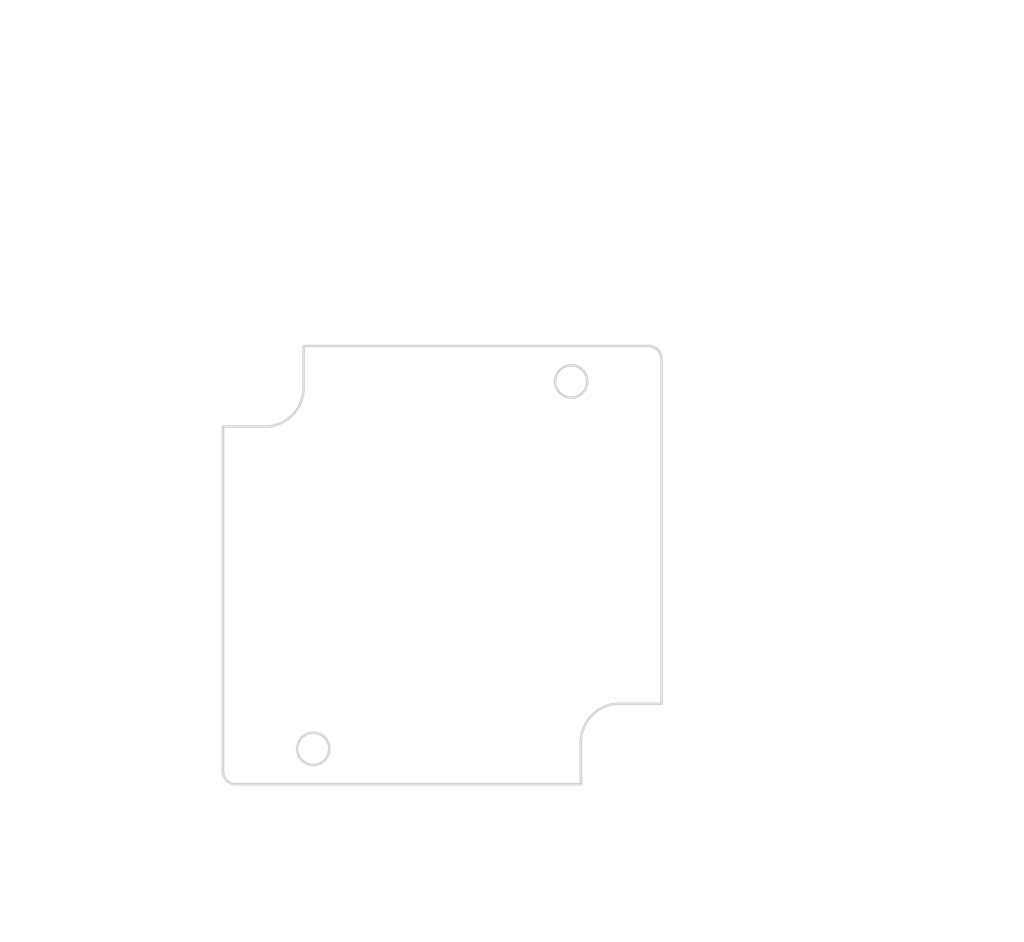
<source format=kicad_pcb>
(kicad_pcb (version 20221018) (generator pcbnew)

  (general
    (thickness 1.6)
  )

  (paper "A4")
  (layers
    (0 "F.Cu" signal)
    (31 "B.Cu" signal)
    (32 "B.Adhes" user "B.Adhesive")
    (33 "F.Adhes" user "F.Adhesive")
    (34 "B.Paste" user)
    (35 "F.Paste" user)
    (36 "B.SilkS" user "B.Silkscreen")
    (37 "F.SilkS" user "F.Silkscreen")
    (38 "B.Mask" user)
    (39 "F.Mask" user)
    (40 "Dwgs.User" user "User.Drawings")
    (41 "Cmts.User" user "User.Comments")
    (42 "Eco1.User" user "User.Eco1")
    (43 "Eco2.User" user "User.Eco2")
    (44 "Edge.Cuts" user)
    (45 "Margin" user)
    (46 "B.CrtYd" user "B.Courtyard")
    (47 "F.CrtYd" user "F.Courtyard")
    (48 "B.Fab" user)
    (49 "F.Fab" user)
  )

  (setup
    (pad_to_mask_clearance 0.051)
    (solder_mask_min_width 0.25)
    (pcbplotparams
      (layerselection 0x00010fc_ffffffff)
      (plot_on_all_layers_selection 0x0000000_00000000)
      (disableapertmacros false)
      (usegerberextensions false)
      (usegerberattributes false)
      (usegerberadvancedattributes false)
      (creategerberjobfile false)
      (dashed_line_dash_ratio 12.000000)
      (dashed_line_gap_ratio 3.000000)
      (svgprecision 4)
      (plotframeref false)
      (viasonmask false)
      (mode 1)
      (useauxorigin false)
      (hpglpennumber 1)
      (hpglpenspeed 20)
      (hpglpendiameter 15.000000)
      (dxfpolygonmode true)
      (dxfimperialunits true)
      (dxfusepcbnewfont true)
      (psnegative false)
      (psa4output false)
      (plotreference true)
      (plotvalue true)
      (plotinvisibletext false)
      (sketchpadsonfab false)
      (subtractmaskfromsilk false)
      (outputformat 1)
      (mirror false)
      (drillshape 1)
      (scaleselection 1)
      (outputdirectory "")
    )
  )

  (net 0 "")

  (gr_line (start 108.527471 110.078606) (end 108.527471 98.886041)
    (stroke (width 0.2) (type solid)) (layer "Dwgs.User") (tstamp 01d2cf69-7698-4728-935f-6b8267e31e3c))
  (gr_line (start 153.790012 57.260972) (end 144.901231 57.260972)
    (stroke (width 0.2) (type solid)) (layer "Dwgs.User") (tstamp 13bfac6f-b6a4-40bb-9507-bd4c24b3fe9c))
  (gr_line (start 156.790012 108.578606) (end 174.467546 108.578606)
    (stroke (width 0.2) (type solid)) (layer "Dwgs.User") (tstamp 1ddbfa1d-f052-45f1-a174-84cc3a03fa10))
  (gr_line (start 155.790012 80.828606) (end 155.790012 61.653606)
    (stroke (width 0.2) (type solid)) (layer "Dwgs.User") (tstamp 252eaf4f-3f2a-40d9-a500-491e60b887b3))
  (gr_line (start 155.790012 80.828606) (end 183.061876 80.828606)
    (stroke (width 0.2) (type solid)) (layer "Dwgs.User") (tstamp 33571249-2079-4e94-b146-209367af0e79))
  (gr_line (start 155.790012 80.828606) (end 169.665629 80.828606)
    (stroke (width 0.2) (type solid)) (layer "Dwgs.User") (tstamp 35d7809b-3d77-4ce5-9524-364c60835215))
  (gr_line (start 127.790012 112.078606) (end 105.352471 112.078606)
    (stroke (width 0.2) (type solid)) (layer "Dwgs.User") (tstamp 3e7d1fae-f2a6-43ff-aef2-49ff8c08fc34))
  (gr_line (start 148.790012 82.578606) (end 148.790012 73.041986)
    (stroke (width 0.2) (type solid)) (layer "Dwgs.User") (tstamp 3f4b2cb3-a4d4-46a0-abaf-a3531aaa3b1e))
  (gr_line (start 128.040012 79.828606) (end 128.040012 61.653606)
    (stroke (width 0.2) (type solid)) (layer "Dwgs.User") (tstamp 4826a48f-3a26-48aa-ab5b-e91552ec6f6c))
  (gr_line (start 147.790012 83.578606) (end 105.352471 83.578606)
    (stroke (width 0.2) (type solid)) (layer "Dwgs.User") (tstamp 4ee1b4dc-4d53-44b6-8373-bd4ddd4281b8))
  (gr_line (start 171.292546 82.828606) (end 171.292546 88.646171)
    (stroke (width 0.2) (type solid)) (layer "Dwgs.User") (tstamp 57fa48f0-d85e-4750-a8a5-fb2a6ab050eb))
  (gr_line (start 166.490629 78.828606) (end 166.490629 76.828606)
    (stroke (width 0.2) (type solid)) (layer "Dwgs.User") (tstamp 59d622be-a86e-42ff-a0e0-ffeca391e563))
  (gr_line (start 155.790012 80.828606) (end 155.790012 54.085972)
    (stroke (width 0.2) (type solid)) (layer "Dwgs.User") (tstamp 5fa645de-12f7-4605-881e-badc3c98f363))
  (gr_line (start 128.790012 113.078606) (end 128.790012 126.979566)
    (stroke (width 0.2) (type solid)) (layer "Dwgs.User") (tstamp 60c71a86-a1d4-40fe-8346-c1a9ae7c6cd6))
  (gr_line (start 179.886876 82.828606) (end 179.886876 95.137651)
    (stroke (width 0.2) (type solid)) (layer "Dwgs.User") (tstamp 642df867-f079-4048-8d7d-5a4f8eab6f04))
  (gr_line (start 121.790012 86.078606) (end 121.790012 54.085972)
    (stroke (width 0.2) (type solid)) (layer "Dwgs.User") (tstamp 66eabd95-cc07-42b8-b96a-262f4ede8db0))
  (gr_line (start 115.493669 118.897473) (end 117.493669 118.897473)
    (stroke (width 0.2) (type solid)) (layer "Dwgs.User") (tstamp 6d1531b5-d9e6-4fed-84c3-184926f26785))
  (gr_line (start 108.527471 85.578606) (end 108.527471 91.771171)
    (stroke (width 0.2) (type solid)) (layer "Dwgs.User") (tstamp 728fb284-78e3-4551-be1f-534a97b9e7ff))
  (gr_line (start 148.790012 76.216986) (end 146.790012 76.216986)
    (stroke (width 0.2) (type solid)) (layer "Dwgs.User") (tstamp 7a0b7463-a472-45cf-9989-7649bca6902c))
  (gr_line (start 132.688396 88.213308) (end 130.688396 88.213308)
    (stroke (width 0.2) (type solid)) (layer "Dwgs.User") (tstamp 84bc7499-1a15-4d33-835b-d590c2d31a24))
  (gr_line (start 130.790012 123.804566) (end 131.315866 123.804566)
    (stroke (width 0.2) (type solid)) (layer "Dwgs.User") (tstamp 8f07b47f-ef59-4787-b823-213ef139e07e))
  (gr_line (start 166.490629 91.550939) (end 164.490629 91.550939)
    (stroke (width 0.2) (type solid)) (layer "Dwgs.User") (tstamp 925606af-32d1-4c5e-ae6d-8e88f2c286b9))
  (gr_line (start 149.790012 83.578606) (end 169.665629 83.578606)
    (stroke (width 0.2) (type solid)) (layer "Dwgs.User") (tstamp 94cff9fe-bd38-4590-bef6-88e018de2473))
  (gr_line (start 166.490629 85.578606) (end 166.490629 91.550939)
    (stroke (width 0.2) (type solid)) (layer "Dwgs.User") (tstamp 9b2a4d77-509a-4788-b6e9-60add0cfab54))
  (gr_line (start 153.790012 76.216986) (end 150.790012 76.216986)
    (stroke (width 0.2) (type solid)) (layer "Dwgs.User") (tstamp a0359ee9-905f-467b-a927-9bfd62e9aa7d))
  (gr_line (start 130.688396 88.213308) (end 129.074572 87.031964)
    (stroke (width 0.2) (type solid)) (layer "Dwgs.User") (tstamp a4bd5086-f596-4bd1-912d-d9efd37f68fe))
  (gr_line (start 123.790012 57.260972) (end 136.812008 57.260972)
    (stroke (width 0.2) (type solid)) (layer "Dwgs.User") (tstamp a57cfdba-fa03-4607-8925-9cda6cf5a501))
  (gr_line (start 148.790012 84.578606) (end 148.790012 126.979566)
    (stroke (width 0.2) (type solid)) (layer "Dwgs.User") (tstamp a8221cf9-80c3-43a7-8fd1-2893ac8fb081))
  (gr_line (start 171.292546 106.578606) (end 171.292546 95.761041)
    (stroke (width 0.2) (type solid)) (layer "Dwgs.User") (tstamp a9060581-e28b-4582-be99-262a84e899f3))
  (gr_line (start 155.790012 80.828606) (end 174.467546 80.828606)
    (stroke (width 0.2) (type solid)) (layer "Dwgs.User") (tstamp b2352d90-a545-419d-ad78-ed715b424519))
  (gr_line (start 153.790012 64.828606) (end 151.2189 64.828606)
    (stroke (width 0.2) (type solid)) (layer "Dwgs.User") (tstamp b7b87a57-31ea-4805-a8bd-f6c1147897f3))
  (gr_line (start 117.493669 118.897473) (end 120.622659 115.902872)
    (stroke (width 0.2) (type solid)) (layer "Dwgs.User") (tstamp c4ba745d-fc9c-456b-a5e5-0c50d18a647f))
  (gr_line (start 130.040012 64.828606) (end 143.111124 64.828606)
    (stroke (width 0.2) (type solid)) (layer "Dwgs.User") (tstamp d3b44285-6e92-4bee-b88c-cc61d2c29d50))
  (gr_line (start 146.790012 123.804566) (end 139.405088 123.804566)
    (stroke (width 0.2) (type solid)) (layer "Dwgs.User") (tstamp d5724e1b-2da7-4c19-afe4-a4d5b65f9231))
  (gr_line (start 179.886876 112.828606) (end 179.886876 102.253682)
    (stroke (width 0.2) (type solid)) (layer "Dwgs.User") (tstamp e06c4f4f-f644-4fb9-ba85-e5a312ae1834))
  (gr_line (start 150.540012 114.828606) (end 183.061876 114.828606)
    (stroke (width 0.2) (type solid)) (layer "Dwgs.User") (tstamp e1ff693f-7ac7-416b-9c4b-60718ef45db8))
  (gr_line (start 155.790012 80.828606) (end 155.790012 73.041986)
    (stroke (width 0.2) (type solid)) (layer "Dwgs.User") (tstamp fa07e4de-50cc-4d5d-9858-2fb137c1d56a))
  (gr_arc (start 122.790012 114.828606) (mid 122.082905 114.535713) (end 121.790012 113.828606)
    (stroke (width 0.2) (type solid)) (layer "Edge.Cuts") (tstamp 103f17d3-9783-4a9a-b333-cc024cafccd6))
  (gr_arc (start 154.790012 80.828606) (mid 155.497119 81.121499) (end 155.790012 81.828606)
    (stroke (width 0.2) (type solid)) (layer "Edge.Cuts") (tstamp 32903108-8184-4be2-90ca-b144f73f0ef8))
  (gr_line (start 149.540012 111.578606) (end 149.540012 114.828606)
    (stroke (width 0.2) (type solid)) (layer "Edge.Cuts") (tstamp 32a6fe5e-67c2-4eea-9352-529487cec861))
  (gr_line (start 149.540012 114.828606) (end 122.790012 114.828606)
    (stroke (width 0.2) (type solid)) (layer "Edge.Cuts") (tstamp 88f26e50-fcef-4748-ade9-85fa6941fca7))
  (gr_line (start 121.790012 113.828606) (end 121.790012 87.078606)
    (stroke (width 0.2) (type solid)) (layer "Edge.Cuts") (tstamp 90363c9b-5662-463e-a8af-2ea5de37eed8))
  (gr_line (start 128.040012 84.078606) (end 128.040012 80.828606)
    (stroke (width 0.2) (type solid)) (layer "Edge.Cuts") (tstamp 946a0342-f7ec-4b55-ad8a-afc59d2efeac))
  (gr_circle (center 128.790012 112.078606) (end 130.040012 112.078606)
    (stroke (width 0.2) (type solid)) (fill none) (layer "Edge.Cuts") (tstamp 9524a7fa-3e2b-43dd-b2ef-2651b6a3cab1))
  (gr_line (start 128.040012 80.828606) (end 154.790012 80.828606)
    (stroke (width 0.2) (type solid)) (layer "Edge.Cuts") (tstamp 9744879b-5a56-43c3-a8fa-8e389c4f94ee))
  (gr_line (start 121.790012 87.078606) (end 125.040012 87.078606)
    (stroke (width 0.2) (type solid)) (layer "Edge.Cuts") (tstamp c417e6e0-006a-42b9-b228-0c2bf013d4f5))
  (gr_line (start 155.790012 81.828606) (end 155.790012 108.578606)
    (stroke (width 0.2) (type solid)) (layer "Edge.Cuts") (tstamp df107b65-db6f-4868-9147-e5ca6fa615c2))
  (gr_arc (start 128.040012 84.078606) (mid 127.161332 86.199926) (end 125.040012 87.078606)
    (stroke (width 0.2) (type solid)) (layer "Edge.Cuts") (tstamp f1e29cd7-751e-40ef-8db2-fd8dfb99bd57))
  (gr_circle (center 148.790012 83.578606) (end 150.040012 83.578606)
    (stroke (width 0.2) (type solid)) (fill none) (layer "Edge.Cuts") (tstamp f47a7d09-0f66-4995-b1a7-ba3fd6ca227f))
  (gr_line (start 155.790012 108.578606) (end 152.540012 108.578606)
    (stroke (width 0.2) (type solid)) (layer "Edge.Cuts") (tstamp f8c734f3-db20-47d8-a2a0-a23dcdd46030))
  (gr_arc (start 149.540012 111.578606) (mid 150.418692 109.457286) (end 152.540012 108.578606)
    (stroke (width 0.2) (type solid)) (layer "Edge.Cuts") (tstamp fc145ef5-fed6-4888-8b50-a2407e12b225))
  (gr_text "[R0.12]" (at 137.159167 90.102769) (layer "Dwgs.User") (tstamp 06c2f047-36ef-4ba5-9aa1-d1ce675ba124)
    (effects (font (size 1.7 1.53) (thickness 0.2125)))
  )
  (gr_text "[.28]" (at 143.405803 78.106448) (layer "Dwgs.User") (tstamp 1c1ebfd9-9b8f-47e3-906e-fbc6f06d5697)
    (effects (font (size 1.7 1.53) (thickness 0.2125)))
  )
  (gr_text "[1.09]" (at 171.292546 94.093067) (layer "Dwgs.User") (tstamp 2ca1e371-6c9f-4b41-916f-371fa41c2440)
    (effects (font (size 1.7 1.53) (thickness 0.2125)))
  )
  (gr_text "[1.09]" (at 147.165012 66.718067) (layer "Dwgs.User") (tstamp 3f61e077-111f-4822-9584-57d24fa35971)
    (effects (font (size 1.7 1.53) (thickness 0.2125)))
  )
  (gr_text " R3.00" (at 137.159167 86.544754) (layer "Dwgs.User") (tstamp 452d990b-5e3b-4527-b68a-8a6178f251fd)
    (effects (font (size 1.7 1.53) (thickness 0.2125)))
  )
  (gr_text " 34.00" (at 179.886876 97.027113) (layer "Dwgs.User") (tstamp 454b140b-591a-4f43-b3f0-d376ea022632)
    (effects (font (size 1.7 1.53) (thickness 0.2125)))
  )
  (gr_text " 20.00" (at 135.360477 122.136592) (layer "Dwgs.User") (tstamp 5cf868f5-74ae-4873-92d0-332596829650)
    (effects (font (size 1.7 1.53) (thickness 0.2125)))
  )
  (gr_text " 27.75" (at 171.292546 90.535632) (layer "Dwgs.User") (tstamp 5d0c045a-e256-4094-a7ee-8ce65ceedd74)
    (effects (font (size 1.7 1.53) (thickness 0.2125)))
  )
  (gr_text " 7.00" (at 143.405803 74.549012) (layer "Dwgs.User") (tstamp 69f69840-c087-4e12-91cf-b638ead0864e)
    (effects (font (size 1.7 1.53) (thickness 0.2125)))
  )
  (gr_text "[.79]" (at 135.360477 125.694027) (layer "Dwgs.User") (tstamp 6d171fc7-2742-4282-bb1e-d54cae1bd918)
    (effects (font (size 1.7 1.53) (thickness 0.2125)))
  )
  (gr_text " 28.50" (at 108.527471 93.660632) (layer "Dwgs.User") (tstamp 80da76b7-5326-4432-95a8-991dcc734bb1)
    (effects (font (size 1.7 1.53) (thickness 0.2125)))
  )
  (gr_text "[1.34]" (at 140.856619 59.150433) (layer "Dwgs.User") (tstamp 86f3c480-6347-4c28-8452-5f2c9920f79c)
    (effects (font (size 1.7 1.53) (thickness 0.2125)))
  )
  (gr_text "[.11]" (at 161.097144 93.4404) (layer "Dwgs.User") (tstamp 8a124e7a-c241-4ae1-a7cc-1162af4fe9d0)
    (effects (font (size 1.7 1.53) (thickness 0.2125)))
  )
  (gr_text " 2.75" (at 161.097144 89.882964) (layer "Dwgs.User") (tstamp 91b99930-d114-4b65-9f94-81258b971530)
    (effects (font (size 1.7 1.53) (thickness 0.2125)))
  )
  (gr_text "[R0.04]" (at 111.022898 120.786934) (layer "Dwgs.User") (tstamp 9c1624a9-4dd1-4bd1-a627-39ccf4710b81)
    (effects (font (size 1.7 1.53) (thickness 0.2125)))
  )
  (gr_text "[1.12]" (at 108.527471 97.218067) (layer "Dwgs.User") (tstamp aaf48d63-ab6e-4e23-9789-bf73e023f12e)
    (effects (font (size 1.7 1.53) (thickness 0.2125)))
  )
  (gr_text "[1.34]" (at 179.886876 100.585128) (layer "Dwgs.User") (tstamp c5c3d66c-a836-4be7-a47a-acc1c42c7776)
    (effects (font (size 1.7 1.53) (thickness 0.2125)))
  )
  (gr_text " 34.00" (at 140.856619 55.592418) (layer "Dwgs.User") (tstamp caba8101-4e78-43a1-bbed-f0fed2e0d07d)
    (effects (font (size 1.7 1.53) (thickness 0.2125)))
  )
  (gr_text " R1.00" (at 111.022898 117.229499) (layer "Dwgs.User") (tstamp d7a1cb3b-e354-4975-8299-06d1f99ace2c)
    (effects (font (size 1.7 1.53) (thickness 0.2125)))
  )
  (gr_text " 27.75" (at 147.165012 63.160632) (layer "Dwgs.User") (tstamp fe86624d-23c6-4215-8f2d-d3d67d2a81e1)
    (effects (font (size 1.7 1.53) (thickness 0.2125)))
  )

)

</source>
